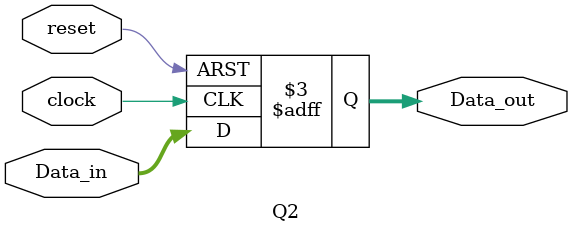
<source format=v>
`timescale 1ns / 1ps
module Q2(Data_in, clock, reset, Data_out);
	input [3:0] Data_in;
	input clock, reset;
	output reg [3:0] Data_out;
	always @ (posedge reset or posedge clock)
		if (reset == 1'b1) Data_out <= 4'b0;
		else Data_out <= Data_in;


endmodule

</source>
